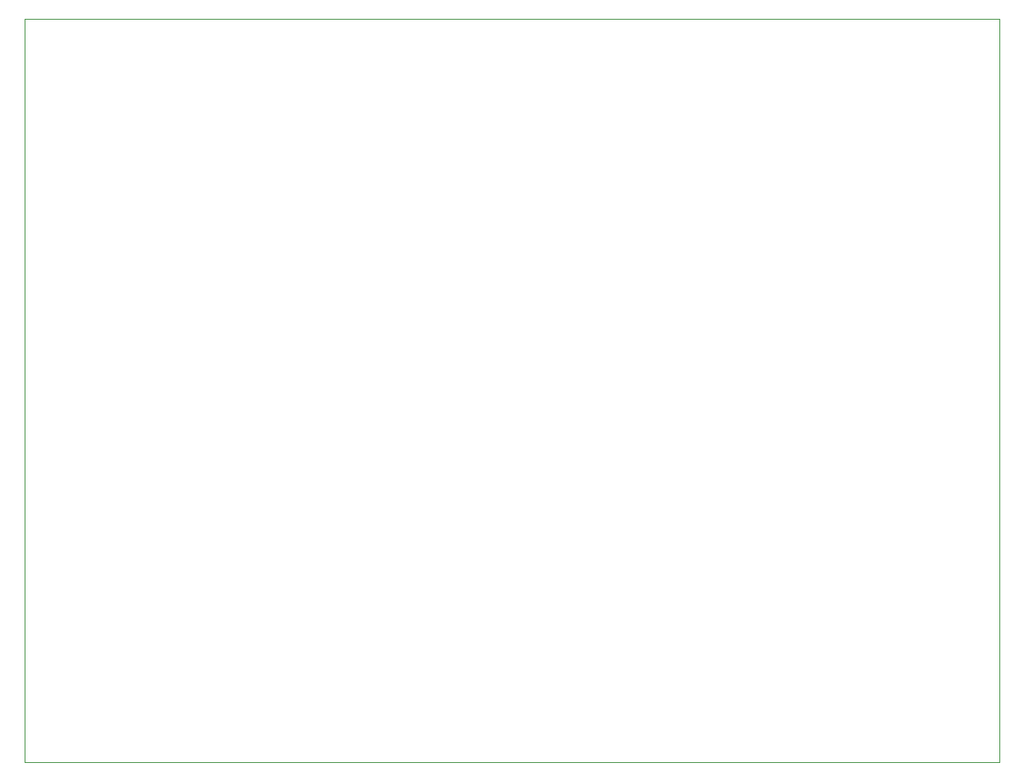
<source format=gm1>
%TF.GenerationSoftware,KiCad,Pcbnew,6.0.9-8da3e8f707~116~ubuntu22.04.1*%
%TF.CreationDate,2023-09-17T15:53:31-04:00*%
%TF.ProjectId,Recovery_DoubleStage,5265636f-7665-4727-995f-446f75626c65,rev?*%
%TF.SameCoordinates,Original*%
%TF.FileFunction,Profile,NP*%
%FSLAX46Y46*%
G04 Gerber Fmt 4.6, Leading zero omitted, Abs format (unit mm)*
G04 Created by KiCad (PCBNEW 6.0.9-8da3e8f707~116~ubuntu22.04.1) date 2023-09-17 15:53:31*
%MOMM*%
%LPD*%
G01*
G04 APERTURE LIST*
%TA.AperFunction,Profile*%
%ADD10C,0.100000*%
%TD*%
G04 APERTURE END LIST*
D10*
X12446000Y-89916000D02*
X113030000Y-89916000D01*
X113030000Y-89916000D02*
X113030000Y-13208000D01*
X113030000Y-13208000D02*
X12446000Y-13208000D01*
X12446000Y-13208000D02*
X12446000Y-89916000D01*
M02*

</source>
